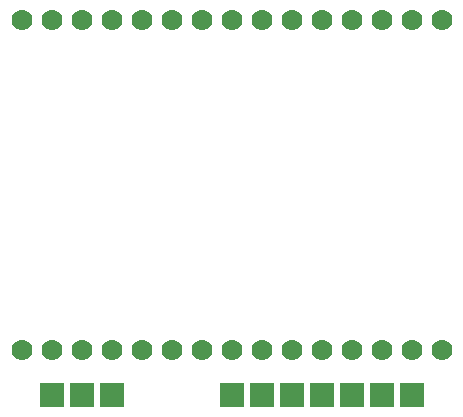
<source format=gbr>
%TF.GenerationSoftware,KiCad,Pcbnew,(6.0.5)*%
%TF.CreationDate,2022-07-21T22:12:38+01:00*%
%TF.ProjectId,wheelchairPCB,77686565-6c63-4686-9169-725043422e6b,rev?*%
%TF.SameCoordinates,Original*%
%TF.FileFunction,Copper,L1,Top*%
%TF.FilePolarity,Positive*%
%FSLAX46Y46*%
G04 Gerber Fmt 4.6, Leading zero omitted, Abs format (unit mm)*
G04 Created by KiCad (PCBNEW (6.0.5)) date 2022-07-21 22:12:38*
%MOMM*%
%LPD*%
G01*
G04 APERTURE LIST*
%TA.AperFunction,ComponentPad*%
%ADD10C,1.778000*%
%TD*%
%TA.AperFunction,ComponentPad*%
%ADD11R,2.000000X2.000000*%
%TD*%
G04 APERTURE END LIST*
D10*
%TO.P,U1,1,A0*%
%TO.N,unconnected-(U1-Pad1)*%
X187960000Y-49530000D03*
%TO.P,U1,2,GND*%
%TO.N,unconnected-(U1-Pad2)*%
X185420000Y-49530000D03*
%TO.P,U1,22,D6*%
%TO.N,unconnected-(U1-Pad22)*%
X167640000Y-77470000D03*
%TO.P,U1,3,VU*%
%TO.N,unconnected-(U1-Pad3)*%
X182880000Y-49530000D03*
%TO.P,U1,4,S3*%
%TO.N,unconnected-(U1-Pad4)*%
X180340000Y-49530000D03*
%TO.P,U1,5,S2*%
%TO.N,unconnected-(U1-Pad5)*%
X177800000Y-49530000D03*
%TO.P,U1,6,S1*%
%TO.N,unconnected-(U1-Pad6)*%
X175260000Y-49530000D03*
%TO.P,U1,7,SC*%
%TO.N,unconnected-(U1-Pad7)*%
X172720000Y-49530000D03*
%TO.P,U1,8,S0*%
%TO.N,unconnected-(U1-Pad8)*%
X170180000Y-49530000D03*
%TO.P,U1,9,SK*%
%TO.N,unconnected-(U1-Pad9)*%
X167640000Y-49530000D03*
%TO.P,U1,10,GND*%
%TO.N,unconnected-(U1-Pad10)*%
X165100000Y-49530000D03*
%TO.P,U1,11,3V*%
%TO.N,unconnected-(U1-Pad11)*%
X162560000Y-49530000D03*
%TO.P,U1,12,EN*%
%TO.N,unconnected-(U1-Pad12)*%
X160020000Y-49530000D03*
%TO.P,U1,13,RST*%
%TO.N,unconnected-(U1-Pad13)*%
X157480000Y-49530000D03*
%TO.P,U1,14,GND*%
%TO.N,unconnected-(U1-Pad14)*%
X154940000Y-49530000D03*
%TO.P,U1,15,VIN*%
%TO.N,Net-(J1-Pad2)*%
X152400000Y-49530000D03*
%TO.P,U1,16,3v*%
%TO.N,unconnected-(U1-Pad16)*%
X152400000Y-77470000D03*
%TO.P,U1,17,GND*%
%TO.N,unconnected-(U1-Pad17)*%
X154940000Y-77470000D03*
%TO.P,U1,18,TX*%
%TO.N,unconnected-(U1-Pad18)*%
X157480000Y-77470000D03*
%TO.P,U1,19,RX*%
%TO.N,unconnected-(U1-Pad19)*%
X160020000Y-77470000D03*
%TO.P,U1,20,D8*%
%TO.N,unconnected-(U1-Pad20)*%
X162560000Y-77470000D03*
%TO.P,U1,21,D7*%
%TO.N,unconnected-(U1-Pad21)*%
X165100000Y-77470000D03*
%TO.P,U1,23,D5*%
%TO.N,unconnected-(U1-Pad23)*%
X170180000Y-77470000D03*
%TO.P,U1,24,GND*%
%TO.N,Net-(J1-Pad1)*%
X172720000Y-77470000D03*
%TO.P,U1,25,3V*%
%TO.N,unconnected-(U1-Pad25)*%
X175260000Y-77470000D03*
%TO.P,U1,26,D4*%
%TO.N,unconnected-(U1-Pad26)*%
X177800000Y-77470000D03*
%TO.P,U1,27,D3*%
%TO.N,unconnected-(U1-Pad27)*%
X180340000Y-77470000D03*
%TO.P,U1,28,D2*%
%TO.N,Net-(J3-Pad4)*%
X182880000Y-77470000D03*
%TO.P,U1,29,D1*%
%TO.N,Net-(J3-Pad5)*%
X185420000Y-77470000D03*
%TO.P,U1,30,D0*%
%TO.N,unconnected-(U1-Pad30)*%
X187960000Y-77470000D03*
%TD*%
D11*
%TO.P,J1,1,Pin_1*%
%TO.N,Net-(J1-Pad1)*%
X172720000Y-81280000D03*
%TO.P,J1,2,Pin_2*%
%TO.N,Net-(J1-Pad2)*%
X170180000Y-81280000D03*
%TD*%
%TO.P,J2,1,Pin_1*%
%TO.N,Net-(J1-Pad2)*%
X160020000Y-81280000D03*
%TO.P,J2,2,Pin_2*%
X157480000Y-81280000D03*
%TO.P,J2,3,Pin_3*%
X154940000Y-81280000D03*
%TD*%
%TO.P,J3,5,Pin_5*%
%TO.N,Net-(J3-Pad5)*%
X185420000Y-81280000D03*
%TO.P,J3,4,Pin_4*%
%TO.N,Net-(J3-Pad4)*%
X182880000Y-81280000D03*
%TO.P,J3,3,Pin_3*%
%TO.N,Net-(J1-Pad1)*%
X180340000Y-81280000D03*
%TO.P,J3,2,Pin_2*%
X177800000Y-81280000D03*
%TO.P,J3,1,Pin_1*%
X175260000Y-81280000D03*
%TD*%
M02*

</source>
